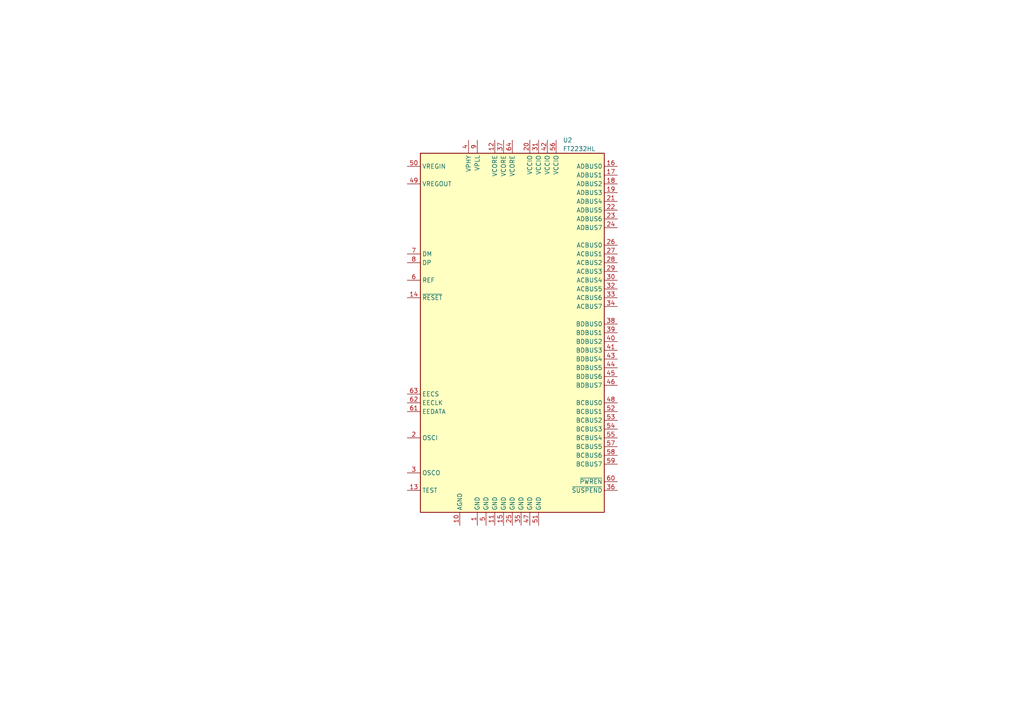
<source format=kicad_sch>
(kicad_sch (version 20230121) (generator eeschema)
  (paper "A4")
  (lib_symbols
    (symbol "Interface_USB:FT2232HL"
      (property "Reference" "U" (at -26.67 53.34 0))
      (property "Value" "FT2232HL" (at 19.05 53.34 0))
      (symbol "FT2232HL_0_1"
        (rectangle (start -26.67 -52.07) (end 26.67 52.07) (stroke (width 0.254)) (fill (type background)))
      )
      (symbol "FT2232HL_1_1"
        (pin power_in line (at -10.16 -55.88 90) (length 3.81) (name "GND") (number "1"))
        (pin power_in line (at -15.24 -55.88 90) (length 3.81) (name "AGND") (number "10"))
        (pin power_in line (at -5.08 -55.88 90) (length 3.81) (name "GND") (number "11"))
        (pin power_in line (at -5.08 55.88 270) (length 3.81) (name "VCORE") (number "12"))
        (pin input line (at -30.48 -45.72 0) (length 3.81) (name "TEST") (number "13"))
        (pin input line (at -30.48 10.16 0) (length 3.81) (name "~{RESET}") (number "14"))
        (pin power_in line (at -2.54 -55.88 90) (length 3.81) (name "GND") (number "15"))
        (pin bidirectional line (at 30.48 48.26 180) (length 3.81) (name "ADBUS0") (number "16"))
        (pin bidirectional line (at 30.48 45.72 180) (length 3.81) (name "ADBUS1") (number "17"))
        (pin bidirectional line (at 30.48 43.18 180) (length 3.81) (name "ADBUS2") (number "18"))
        (pin bidirectional line (at 30.48 40.64 180) (length 3.81) (name "ADBUS3") (number "19"))
        (pin input line (at -30.48 -30.48 0) (length 3.81) (name "OSCI") (number "2"))
        (pin power_in line (at 5.08 55.88 270) (length 3.81) (name "VCCIO") (number "20"))
        (pin bidirectional line (at 30.48 38.1 180) (length 3.81) (name "ADBUS4") (number "21"))
        (pin bidirectional line (at 30.48 35.56 180) (length 3.81) (name "ADBUS5") (number "22"))
        (pin bidirectional line (at 30.48 33.02 180) (length 3.81) (name "ADBUS6") (number "23"))
        (pin bidirectional line (at 30.48 30.48 180) (length 3.81) (name "ADBUS7") (number "24"))
        (pin power_in line (at 0 -55.88 90) (length 3.81) (name "GND") (number "25"))
        (pin bidirectional line (at 30.48 25.4 180) (length 3.81) (name "ACBUS0") (number "26"))
        (pin bidirectional line (at 30.48 22.86 180) (length 3.81) (name "ACBUS1") (number "27"))
        (pin bidirectional line (at 30.48 20.32 180) (length 3.81) (name "ACBUS2") (number "28"))
        (pin bidirectional line (at 30.48 17.78 180) (length 3.81) (name "ACBUS3") (number "29"))
        (pin output line (at -30.48 -40.64 0) (length 3.81) (name "OSCO") (number "3"))
        (pin bidirectional line (at 30.48 15.24 180) (length 3.81) (name "ACBUS4") (number "30"))
        (pin power_in line (at 7.62 55.88 270) (length 3.81) (name "VCCIO") (number "31"))
        (pin bidirectional line (at 30.48 12.7 180) (length 3.81) (name "ACBUS5") (number "32"))
        (pin bidirectional line (at 30.48 10.16 180) (length 3.81) (name "ACBUS6") (number "33"))
        (pin bidirectional line (at 30.48 7.62 180) (length 3.81) (name "ACBUS7") (number "34"))
        (pin power_in line (at 2.54 -55.88 90) (length 3.81) (name "GND") (number "35"))
        (pin output line (at 30.48 -45.72 180) (length 3.81) (name "~{SUSPEND}") (number "36"))
        (pin power_in line (at -2.54 55.88 270) (length 3.81) (name "VCORE") (number "37"))
        (pin bidirectional line (at 30.48 2.54 180) (length 3.81) (name "BDBUS0") (number "38"))
        (pin bidirectional line (at 30.48 0 180) (length 3.81) (name "BDBUS1") (number "39"))
        (pin power_in line (at -12.7 55.88 270) (length 3.81) (name "VPHY") (number "4"))
        (pin bidirectional line (at 30.48 -2.54 180) (length 3.81) (name "BDBUS2") (number "40"))
        (pin bidirectional line (at 30.48 -5.08 180) (length 3.81) (name "BDBUS3") (number "41"))
        (pin power_in line (at 10.16 55.88 270) (length 3.81) (name "VCCIO") (number "42"))
        (pin bidirectional line (at 30.48 -7.62 180) (length 3.81) (name "BDBUS4") (number "43"))
        (pin bidirectional line (at 30.48 -10.16 180) (length 3.81) (name "BDBUS5") (number "44"))
        (pin bidirectional line (at 30.48 -12.7 180) (length 3.81) (name "BDBUS6") (number "45"))
        (pin bidirectional line (at 30.48 -15.24 180) (length 3.81) (name "BDBUS7") (number "46"))
        (pin power_in line (at 5.08 -55.88 90) (length 3.81) (name "GND") (number "47"))
        (pin bidirectional line (at 30.48 -20.32 180) (length 3.81) (name "BCBUS0") (number "48"))
        (pin power_out line (at -30.48 43.18 0) (length 3.81) (name "VREGOUT") (number "49"))
        (pin power_in line (at -7.62 -55.88 90) (length 3.81) (name "GND") (number "5"))
        (pin power_in line (at -30.48 48.26 0) (length 3.81) (name "VREGIN") (number "50"))
        (pin power_in line (at 7.62 -55.88 90) (length 3.81) (name "GND") (number "51"))
        (pin bidirectional line (at 30.48 -22.86 180) (length 3.81) (name "BCBUS1") (number "52"))
        (pin bidirectional line (at 30.48 -25.4 180) (length 3.81) (name "BCBUS2") (number "53"))
        (pin bidirectional line (at 30.48 -27.94 180) (length 3.81) (name "BCBUS3") (number "54"))
        (pin bidirectional line (at 30.48 -30.48 180) (length 3.81) (name "BCBUS4") (number "55"))
        (pin power_in line (at 12.7 55.88 270) (length 3.81) (name "VCCIO") (number "56"))
        (pin bidirectional line (at 30.48 -33.02 180) (length 3.81) (name "BCBUS5") (number "57"))
        (pin bidirectional line (at 30.48 -35.56 180) (length 3.81) (name "BCBUS6") (number "58"))
        (pin bidirectional line (at 30.48 -38.1 180) (length 3.81) (name "BCBUS7") (number "59"))
        (pin output line (at -30.48 15.24 0) (length 3.81) (name "REF") (number "6"))
        (pin output line (at 30.48 -43.18 180) (length 3.81) (name "~{PWREN}") (number "60"))
        (pin bidirectional line (at -30.48 -22.86 0) (length 3.81) (name "EEDATA") (number "61"))
        (pin output line (at -30.48 -20.32 0) (length 3.81) (name "EECLK") (number "62"))
        (pin output line (at -30.48 -17.78 0) (length 3.81) (name "EECS") (number "63"))
        (pin power_in line (at 0 55.88 270) (length 3.81) (name "VCORE") (number "64"))
        (pin bidirectional line (at -30.48 22.86 0) (length 3.81) (name "DM") (number "7"))
        (pin bidirectional line (at -30.48 20.32 0) (length 3.81) (name "DP") (number "8"))
        (pin input line (at -10.16 55.88 270) (length 3.81) (name "VPLL") (number "9"))
      )
    )
  )
  (symbol (lib_id "Interface_USB:FT2232HL") (at 148.59 96.52 0) (unit 1)
    (property "Reference" "U2" (at 163.2459 40.64 0) (effects (justify left)))
    (property "Value" "FT2232HL" (at 163.2459 43.18 0) (effects (justify left)))
    (property "Footprint" "Package_QFP:LQFP-64_10x10mm_P0.5mm" (effects hide))
    (property "Datasheet" "https://www.ftdichip.com/Support/Documents/DataSheets/ICs/DS_FT2232H.pdf" (effects hide))
  )
)
</source>
